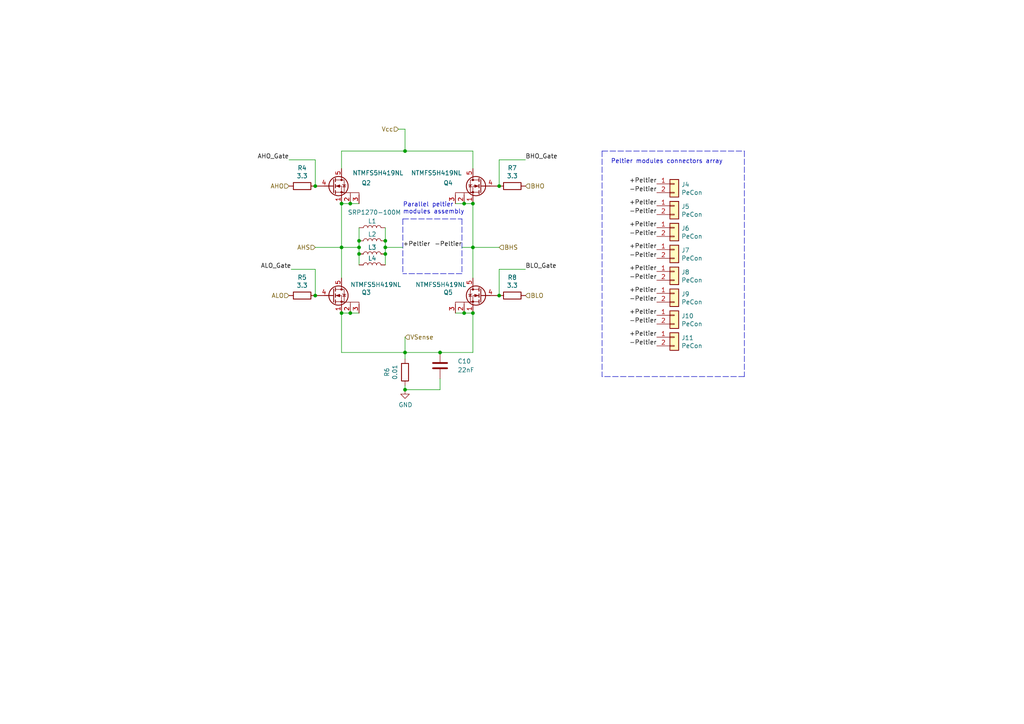
<source format=kicad_sch>
(kicad_sch (version 20211123) (generator eeschema)
  (paper "A4")
  (lib_symbols
    (symbol "BTS-Power:NTMFS5H419NL" (pin_names (offset 0) hide)
      (property "Reference" "Q3" (at 8.3312 0.9085 0))
      (property "Value" "NTMFS5H419NL" (at 8.3312 -1.8666 0))
      (symbol "NTMFS5H419NL_0_1"
        (polyline (pts (xy 0.254 0) (xy -2.54 0)))
        (polyline (pts (xy 0.254 1.905) (xy 0.254 -1.905)) (stroke (width 0.254)))
        (polyline (pts (xy 0.762 -1.27) (xy 0.762 -2.286)) (stroke (width 0.254)))
        (polyline (pts (xy 0.762 0.508) (xy 0.762 -0.508)) (stroke (width 0.254)))
        (polyline (pts (xy 0.762 2.286) (xy 0.762 1.27)) (stroke (width 0.254)))
        (polyline (pts (xy 2.54 2.54) (xy 2.54 1.778)))
        (polyline (pts (xy 2.54 -2.54) (xy 2.54 0) (xy 0.762 0)))
        (polyline (pts (xy 0.762 -1.778) (xy 3.302 -1.778) (xy 3.302 1.778) (xy 0.762 1.778)))
        (polyline (pts (xy 1.016 0) (xy 2.032 0.381) (xy 2.032 -0.381) (xy 1.016 0)) (fill (type outline)))
        (polyline (pts (xy 2.794 0.508) (xy 2.921 0.381) (xy 3.683 0.381) (xy 3.81 0.254)))
        (polyline (pts (xy 3.302 0.381) (xy 2.921 -0.254) (xy 3.683 -0.254) (xy 3.302 0.381)))
        (polyline (pts (xy 2.54 -1.905) (xy 5.08 -1.905) (xy 5.08 -2.54) (xy 5.08 -1.905) (xy 7.62 -1.905) (xy 7.62 -2.54)) (stroke (width 0.1524)))
        (circle (center 1.651 0) (radius 2.794) (stroke (width 0.254)))
        (circle (center 2.54 -1.778) (radius 0.254) (fill (type outline)))
        (circle (center 2.54 1.778) (radius 0.254) (fill (type outline)))
      )
      (symbol "NTMFS5H419NL_1_1"
        (pin passive line (at 2.54 -5.08 90) (length 2.54) (name "S") (number "1"))
        (pin passive line (at 5.08 -5.08 90) (length 2.54) (name "S") (number "2"))
        (pin passive line (at 7.62 -5.08 90) (length 2.54) (name "S") (number "3"))
        (pin input line (at -5.08 0 0) (length 5.08) (name "G") (number "4"))
        (pin passive line (at 2.54 5.08 270) (length 2.54) (name "D") (number "5"))
      )
    )
    (symbol "Connector_Generic:Conn_01x02" (pin_names (offset 1.016) hide)
      (property "Reference" "J" (at 0 2.54 0))
      (property "Value" "Conn_01x02" (at 0 -5.08 0))
      (symbol "Conn_01x02_1_1"
        (rectangle (start -1.27 -2.413) (end 0 -2.667) (stroke (width 0.1524)))
        (rectangle (start -1.27 0.127) (end 0 -0.127) (stroke (width 0.1524)))
        (rectangle (start -1.27 1.27) (end 1.27 -3.81) (stroke (width 0.254)) (fill (type background)))
        (pin passive line (at -5.08 0 0) (length 3.81) (name "Pin_1") (number "1"))
        (pin passive line (at -5.08 -2.54 0) (length 3.81) (name "Pin_2") (number "2"))
      )
    )
    (symbol "Device:C" (pin_numbers hide) (pin_names (offset 0.254))
      (property "Reference" "C" (at 0.635 2.54 0))
      (property "Value" "C" (at 0.635 -2.54 0))
      (symbol "C_0_1"
        (polyline (pts (xy -2.032 -0.762) (xy 2.032 -0.762)) (stroke (width 0.508)))
        (polyline (pts (xy -2.032 0.762) (xy 2.032 0.762)) (stroke (width 0.508)))
      )
      (symbol "C_1_1"
        (pin passive line (at 0 3.81 270) (length 2.794) (name "~") (number "1"))
        (pin passive line (at 0 -3.81 90) (length 2.794) (name "~") (number "2"))
      )
    )
    (symbol "Device:L" (pin_numbers hide) (pin_names (offset 1.016) hide)
      (property "Reference" "L" (at -1.27 0 90))
      (property "Value" "L" (at 1.905 0 90))
      (symbol "L_0_1"
        (arc (start 0 -2.54) (mid 0.635 -1.905) (end 0 -1.27))
        (arc (start 0 -1.27) (mid 0.635 -0.635) (end 0 0))
        (arc (start 0 0) (mid 0.635 0.635) (end 0 1.27))
        (arc (start 0 1.27) (mid 0.635 1.905) (end 0 2.54))
      )
      (symbol "L_1_1"
        (pin passive line (at 0 3.81 270) (length 1.27) (name "1") (number "1"))
        (pin passive line (at 0 -3.81 90) (length 1.27) (name "2") (number "2"))
      )
    )
    (symbol "Device:R" (pin_numbers hide) (pin_names (offset 0))
      (property "Reference" "R" (at 2.032 0 90))
      (property "Value" "R" (at 0 0 90))
      (symbol "R_0_1"
        (rectangle (start -1.016 -2.54) (end 1.016 2.54) (stroke (width 0.254)))
      )
      (symbol "R_1_1"
        (pin passive line (at 0 3.81 270) (length 1.27) (name "~") (number "1"))
        (pin passive line (at 0 -3.81 90) (length 1.27) (name "~") (number "2"))
      )
    )
    (symbol "power:GND" (power) (pin_names (offset 0))
      (property "Value" "GND" (at 0 -3.81 0))
      (symbol "GND_0_1"
        (polyline (pts (xy 0 0) (xy 0 -1.27) (xy 1.27 -1.27) (xy 0 -2.54) (xy -1.27 -1.27) (xy 0 -1.27)))
      )
      (symbol "GND_1_1"
        (pin power_in line (at 0 0 270) (length 0) hide (name "GND") (number "1"))
      )
    )
  )
  (junction (at 104.14 71.755))
  (junction (at 134.62 59.055))
  (junction (at 101.6 59.055))
  (junction (at 144.78 53.975))
  (junction (at 137.16 90.805))
  (junction (at 91.44 53.975))
  (junction (at 101.6 90.805))
  (junction (at 134.62 90.805))
  (junction (at 117.475 113.03))
  (junction (at 91.44 85.725))
  (junction (at 111.76 69.85))
  (junction (at 127.635 102.235))
  (junction (at 137.16 71.755))
  (junction (at 111.76 71.755))
  (junction (at 111.76 73.66))
  (junction (at 99.06 90.805))
  (junction (at 99.06 71.755))
  (junction (at 144.78 85.725))
  (junction (at 104.14 73.66))
  (junction (at 104.14 69.85))
  (junction (at 99.06 59.055))
  (junction (at 137.16 59.055))
  (junction (at 117.475 102.235))
  (junction (at 117.475 43.815))
  (wire (pts (xy 137.16 59.055) (xy 137.16 71.755)))
  (wire (pts (xy 132.08 90.805) (xy 134.62 90.805)))
  (wire (pts (xy 83.82 46.355) (xy 91.44 46.355)))
  (wire (pts (xy 133.985 71.755) (xy 137.16 71.755)))
  (wire (pts (xy 104.14 73.66) (xy 104.14 76.835)))
  (wire (pts (xy 111.76 71.755) (xy 111.76 73.66)))
  (polyline (pts (xy 174.625 43.815) (xy 174.625 109.22)))
  (wire (pts (xy 111.76 71.755) (xy 116.84 71.755)))
  (wire (pts (xy 134.62 90.805) (xy 137.16 90.805)))
  (wire (pts (xy 104.14 66.04) (xy 104.14 69.85)))
  (polyline (pts (xy 116.84 63.5) (xy 116.84 79.375)))
  (wire (pts (xy 99.06 90.805) (xy 99.06 102.235)))
  (wire (pts (xy 117.475 111.76) (xy 117.475 113.03)))
  (wire (pts (xy 99.06 59.055) (xy 101.6 59.055)))
  (wire (pts (xy 134.62 59.055) (xy 137.16 59.055)))
  (polyline (pts (xy 215.9 43.815) (xy 215.9 109.22)))
  (wire (pts (xy 152.4 78.105) (xy 144.78 78.105)))
  (wire (pts (xy 144.78 85.725) (xy 144.78 78.105)))
  (polyline (pts (xy 116.84 63.5) (xy 133.985 63.5)))
  (wire (pts (xy 84.455 78.105) (xy 91.44 78.105)))
  (wire (pts (xy 117.475 102.235) (xy 127.635 102.235)))
  (polyline (pts (xy 133.985 79.375) (xy 116.84 79.375)))
  (wire (pts (xy 117.475 37.465) (xy 115.57 37.465)))
  (wire (pts (xy 117.475 97.79) (xy 117.475 102.235)))
  (wire (pts (xy 99.06 102.235) (xy 117.475 102.235)))
  (wire (pts (xy 127.635 109.855) (xy 127.635 113.03)))
  (wire (pts (xy 104.14 69.85) (xy 104.14 71.755)))
  (wire (pts (xy 137.16 43.815) (xy 137.16 48.895)))
  (wire (pts (xy 99.06 59.055) (xy 99.06 71.755)))
  (wire (pts (xy 144.78 53.975) (xy 144.78 46.355)))
  (wire (pts (xy 99.06 43.815) (xy 99.06 48.895)))
  (polyline (pts (xy 133.985 63.5) (xy 133.985 79.375)))
  (polyline (pts (xy 215.9 109.22) (xy 174.625 109.22)))
  (wire (pts (xy 99.06 71.755) (xy 91.44 71.755)))
  (wire (pts (xy 137.16 90.805) (xy 137.16 102.235)))
  (wire (pts (xy 132.08 59.055) (xy 134.62 59.055)))
  (polyline (pts (xy 174.625 43.815) (xy 215.9 43.815)))
  (wire (pts (xy 111.76 69.85) (xy 111.76 71.755)))
  (wire (pts (xy 117.475 43.815) (xy 117.475 37.465)))
  (wire (pts (xy 111.76 66.04) (xy 111.76 69.85)))
  (wire (pts (xy 104.14 71.755) (xy 104.14 73.66)))
  (wire (pts (xy 137.16 71.755) (xy 144.78 71.755)))
  (wire (pts (xy 99.06 43.815) (xy 117.475 43.815)))
  (wire (pts (xy 101.6 90.805) (xy 104.14 90.805)))
  (wire (pts (xy 137.16 71.755) (xy 137.16 80.645)))
  (wire (pts (xy 152.4 46.355) (xy 144.78 46.355)))
  (wire (pts (xy 91.44 85.725) (xy 91.44 78.105)))
  (wire (pts (xy 99.06 90.805) (xy 101.6 90.805)))
  (wire (pts (xy 99.06 71.755) (xy 99.06 80.645)))
  (wire (pts (xy 117.475 102.235) (xy 117.475 104.14)))
  (wire (pts (xy 127.635 102.235) (xy 137.16 102.235)))
  (wire (pts (xy 91.44 53.975) (xy 91.44 46.355)))
  (wire (pts (xy 101.6 59.055) (xy 104.14 59.055)))
  (wire (pts (xy 111.76 73.66) (xy 111.76 76.835)))
  (wire (pts (xy 117.475 43.815) (xy 137.16 43.815)))
  (wire (pts (xy 127.635 113.03) (xy 117.475 113.03)))
  (wire (pts (xy 99.06 71.755) (xy 104.14 71.755)))
  (text "Parallel peltier \nmodules assembly" (at 116.84 62.23 0) (effects (font (size 1.27 1.27)) (justify left bottom)))
  (text "Peltier modules connectors array" (at 177.165 47.625 0) (effects (font (size 1.27 1.27)) (justify left bottom)))
  (label "-Peltier" (at 190.5 74.93 180))
  (label "BHO_Gate" (at 152.4 46.355 0))
  (label "+Peltier" (at 190.5 85.09 180))
  (label "+Peltier" (at 190.5 66.04 180))
  (label "-Peltier" (at 190.5 100.33 180))
  (label "-Peltier" (at 190.5 81.28 180))
  (label "+Peltier" (at 190.5 97.79 180))
  (label "-Peltier" (at 190.5 68.58 180))
  (label "+Peltier" (at 190.5 78.74 180))
  (label "BLO_Gate" (at 152.4 78.105 0))
  (label "+Peltier" (at 116.84 71.755 0))
  (label "-Peltier" (at 190.5 62.23 180))
  (label "-Peltier" (at 190.5 87.63 180))
  (label "-Peltier" (at 190.5 55.88 180))
  (label "AHO_Gate" (at 83.82 46.355 180))
  (label "+Peltier" (at 190.5 59.69 180))
  (label "ALO_Gate" (at 84.455 78.105 180))
  (label "+Peltier" (at 190.5 53.34 180))
  (label "+Peltier" (at 190.5 72.39 180))
  (label "+Peltier" (at 190.5 91.44 180))
  (label "-Peltier" (at 133.985 71.755 180))
  (label "-Peltier" (at 190.5 93.98 180))
  (hierarchical_label "AHO" (shape input) (at 83.82 53.975 180))
  (hierarchical_label "Vcc" (shape input) (at 115.57 37.465 180))
  (hierarchical_label "BLO" (shape input) (at 152.4 85.725 0))
  (hierarchical_label "BHO" (shape input) (at 152.4 53.975 0))
  (hierarchical_label "ALO" (shape input) (at 83.82 85.725 180))
  (hierarchical_label "BHS" (shape input) (at 144.78 71.755 0))
  (hierarchical_label "AHS" (shape input) (at 91.44 71.755 180))
  (hierarchical_label "VSense" (shape input) (at 117.475 97.79 0))
  (symbol (lib_id "power:GND") (at 117.475 113.03 0) (unit 1)
    (property "Reference" "#PWR011" (effects hide))
    (property "Value" "GND" (at 117.602 117.4242 0))
  )
  (symbol (lib_id "Connector_Generic:Conn_01x02") (at 195.58 53.34 0) (unit 1)
    (property "Reference" "J4" (at 197.612 53.5432 0) (effects (justify left)))
    (property "Value" "PeCon" (at 197.612 55.8546 0) (effects (justify left)))
    (property "Footprint" "BTS-MainBoard-Power:TE_1-1123723-2_1x02_P3.96mm_8Amps_Vertical" (effects hide))
  )
  (symbol (lib_id "Connector_Generic:Conn_01x02") (at 195.58 72.39 0) (unit 1)
    (property "Reference" "J7" (at 197.612 72.5932 0) (effects (justify left)))
    (property "Value" "PeCon" (at 197.612 74.9046 0) (effects (justify left)))
    (property "Footprint" "BTS-MainBoard-Power:TE_1-1123723-2_1x02_P3.96mm_8Amps_Vertical" (effects hide))
  )
  (symbol (lib_id "Connector_Generic:Conn_01x02") (at 195.58 91.44 0) (unit 1)
    (property "Reference" "J10" (at 197.612 91.6432 0) (effects (justify left)))
    (property "Value" "PeCon" (at 197.612 93.9546 0) (effects (justify left)))
    (property "Footprint" "BTS-MainBoard-Power:TE_1-1123723-2_1x02_P3.96mm_8Amps_Vertical" (effects hide))
  )
  (symbol (lib_id "Device:R") (at 148.59 85.725 90) (mirror x) (unit 1)
    (property "Reference" "R8" (at 148.59 80.4672 90))
    (property "Value" "3.3" (at 148.59 82.7786 90))
    (property "Footprint" "Resistor_SMD:R_1206_3216Metric_Pad1.30x1.75mm_HandSolder" (effects hide))
  )
  (symbol (lib_id "BTS-Power:NTMFS5H419NL") (at 96.52 85.725 0) (unit 1)
    (property "Reference" "Q3" (at 104.8512 84.8165 0) (effects (justify left)))
    (property "Value" "NTMFS5H419NL" (at 101.6 82.55 0) (effects (justify left)))
    (property "Footprint" "BTS-MainBoard-Power:NTMFS5G419NL" (effects hide))
    (property "Datasheet" "https://docs.rs-online.com/31fe/0900766b816e75a2.pdf" (effects hide))
  )
  (symbol (lib_id "Device:L") (at 107.95 76.835 90) (unit 1)
    (property "Reference" "L4" (at 107.95 74.93 90))
    (property "Value" "SRP1270-100M" (effects hide))
    (property "Footprint" "BTS-MainBoard-Power:L_Bourns_SRP1270" (effects hide))
  )
  (symbol (lib_id "Device:L") (at 107.95 66.04 90) (unit 1)
    (property "Reference" "L1" (at 107.95 64.135 90))
    (property "Value" "SRP1270-100M" (at 108.585 61.595 90))
    (property "Footprint" "BTS-MainBoard-Power:L_Bourns_SRP1270" (effects hide))
  )
  (symbol (lib_id "Connector_Generic:Conn_01x02") (at 195.58 97.79 0) (unit 1)
    (property "Reference" "J11" (at 197.612 97.9932 0) (effects (justify left)))
    (property "Value" "PeCon" (at 197.612 100.3046 0) (effects (justify left)))
    (property "Footprint" "BTS-MainBoard-Power:TE_1-1123723-2_1x02_P3.96mm_8Amps_Vertical" (effects hide))
  )
  (symbol (lib_id "BTS-Power:NTMFS5H419NL") (at 96.52 53.975 0) (unit 1)
    (property "Reference" "Q2" (at 104.8512 53.0665 0) (effects (justify left)))
    (property "Value" "NTMFS5H419NL" (at 102.235 50.165 0) (effects (justify left)))
    (property "Footprint" "BTS-MainBoard-Power:NTMFS5G419NL" (effects hide))
    (property "Datasheet" "https://docs.rs-online.com/31fe/0900766b816e75a2.pdf" (effects hide))
  )
  (symbol (lib_id "Connector_Generic:Conn_01x02") (at 195.58 78.74 0) (unit 1)
    (property "Reference" "J8" (at 197.612 78.9432 0) (effects (justify left)))
    (property "Value" "PeCon" (at 197.612 81.2546 0) (effects (justify left)))
    (property "Footprint" "BTS-MainBoard-Power:TE_1-1123723-2_1x02_P3.96mm_8Amps_Vertical" (effects hide))
  )
  (symbol (lib_id "BTS-Power:NTMFS5H419NL") (at 139.7 85.725 0) (mirror y) (unit 1)
    (property "Reference" "Q5" (at 131.3688 84.8165 0) (effects (justify left)))
    (property "Value" "NTMFS5H419NL" (at 135.255 82.55 0) (effects (justify left)))
    (property "Footprint" "BTS-MainBoard-Power:NTMFS5G419NL" (effects hide))
    (property "Datasheet" "https://docs.rs-online.com/31fe/0900766b816e75a2.pdf" (effects hide))
  )
  (symbol (lib_id "BTS-Power:NTMFS5H419NL") (at 139.7 53.975 0) (mirror y) (unit 1)
    (property "Reference" "Q4" (at 131.3688 53.0665 0) (effects (justify left)))
    (property "Value" "NTMFS5H419NL" (at 133.985 50.165 0) (effects (justify left)))
    (property "Footprint" "BTS-MainBoard-Power:NTMFS5G419NL" (effects hide))
    (property "Datasheet" "https://docs.rs-online.com/31fe/0900766b816e75a2.pdf" (effects hide))
  )
  (symbol (lib_id "Device:L") (at 107.95 73.66 90) (unit 1)
    (property "Reference" "L3" (at 107.95 71.755 90))
    (property "Value" "SRP1270-100M" (effects hide))
    (property "Footprint" "BTS-MainBoard-Power:L_Bourns_SRP1270" (effects hide))
  )
  (symbol (lib_id "Device:C") (at 127.635 106.045 0) (unit 1)
    (property "Reference" "C10" (at 132.715 104.775 0) (effects (justify left)))
    (property "Value" "22nF" (at 132.715 107.315 0) (effects (justify left)))
    (property "Footprint" "Capacitor_SMD:C_1210_3225Metric_Pad1.33x2.70mm_HandSolder" (effects hide))
  )
  (symbol (lib_id "Connector_Generic:Conn_01x02") (at 195.58 85.09 0) (unit 1)
    (property "Reference" "J9" (at 197.612 85.2932 0) (effects (justify left)))
    (property "Value" "PeCon" (at 197.612 87.6046 0) (effects (justify left)))
    (property "Footprint" "BTS-MainBoard-Power:TE_1-1123723-2_1x02_P3.96mm_8Amps_Vertical" (effects hide))
  )
  (symbol (lib_id "Connector_Generic:Conn_01x02") (at 195.58 66.04 0) (unit 1)
    (property "Reference" "J6" (at 197.612 66.2432 0) (effects (justify left)))
    (property "Value" "PeCon" (at 197.612 68.5546 0) (effects (justify left)))
    (property "Footprint" "BTS-MainBoard-Power:TE_1-1123723-2_1x02_P3.96mm_8Amps_Vertical" (effects hide))
  )
  (symbol (lib_id "Device:R") (at 117.475 107.95 0) (unit 1)
    (property "Reference" "R6" (at 112.2172 107.95 90))
    (property "Value" "0.01" (at 114.5286 107.95 90))
    (property "Footprint" "Resistor_SMD:R_2512_6332Metric_Pad1.40x3.35mm_HandSolder" (effects hide))
  )
  (symbol (lib_id "Device:R") (at 87.63 53.975 270) (unit 1)
    (property "Reference" "R4" (at 87.63 48.7172 90))
    (property "Value" "3.3" (at 87.63 51.0286 90))
    (property "Footprint" "Resistor_SMD:R_1206_3216Metric_Pad1.30x1.75mm_HandSolder" (effects hide))
  )
  (symbol (lib_id "Device:R") (at 87.63 85.725 270) (unit 1)
    (property "Reference" "R5" (at 87.63 80.4672 90))
    (property "Value" "3.3" (at 87.63 82.7786 90))
    (property "Footprint" "Resistor_SMD:R_1206_3216Metric_Pad1.30x1.75mm_HandSolder" (effects hide))
  )
  (symbol (lib_id "Device:L") (at 107.95 69.85 90) (unit 1)
    (property "Reference" "L2" (at 107.95 67.945 90))
    (property "Value" "SRP1270-100M" (effects hide))
    (property "Footprint" "BTS-MainBoard-Power:L_Bourns_SRP1270" (effects hide))
  )
  (symbol (lib_id "Device:R") (at 148.59 53.975 90) (mirror x) (unit 1)
    (property "Reference" "R7" (at 148.59 48.7172 90))
    (property "Value" "3.3" (at 148.59 51.0286 90))
    (property "Footprint" "Resistor_SMD:R_1206_3216Metric_Pad1.30x1.75mm_HandSolder" (effects hide))
  )
  (symbol (lib_id "Connector_Generic:Conn_01x02") (at 195.58 59.69 0) (unit 1)
    (property "Reference" "J5" (at 197.612 59.8932 0) (effects (justify left)))
    (property "Value" "PeCon" (at 197.612 62.2046 0) (effects (justify left)))
    (property "Footprint" "BTS-MainBoard-Power:TE_1-1123723-2_1x02_P3.96mm_8Amps_Vertical" (effects hide))
  )
)
</source>
